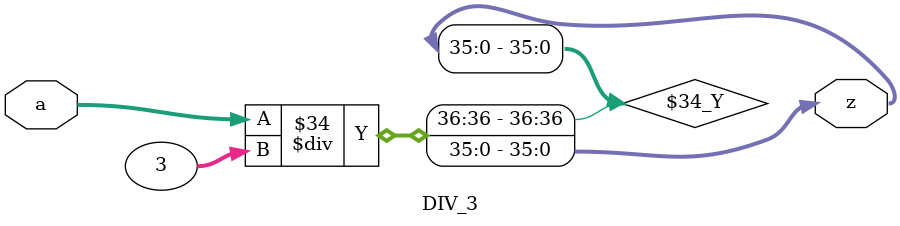
<source format=v>

`ifdef RTL
	`include "GATED_OR.v"
`else
	`include "Netlist/GATED_OR_SYN.v"
`endif
// synopsys translate_on

module SAD(
    //Input signals
    clk,
    rst_n,
    cg_en,
    in_valid,
	in_data1,
    T,
    in_data2,
    w_Q,
    w_K,
    w_V,

    //Output signals
    out_valid,
    out_data
    );

input clk;
input rst_n;
input in_valid;
input cg_en;
input signed [5:0] in_data1;
input [3:0] T;
input signed [7:0] in_data2;
input signed [7:0] w_Q;
input signed [7:0] w_K;
input signed [7:0] w_V;

output reg out_valid;
output reg signed [91:0] out_data;

//==============================================//
//       parameter & integer declaration        //
//==============================================//
parameter d_model = 'd8;

genvar k;

//==============================================//
//           reg & wire declaration             //
//==============================================//

reg [8:0] cnt_clk, next_cnt_clk;  // 0 ~ 307 (9 bits)
reg [6:0] handle_cycles_t8;   // 1*8 or 4*8 or 8*8 = 8 ~ 64
reg [6:0] handle_cycles_tt;   // 1*1 or 4*4 or 8*8 = 1 ~ 64
reg [8:0] QK_start_cycle;
reg [8:0] SV_start_cycle;
reg [8:0] out_start_cycle;
reg [8:0] end_cycle;     // max = 307 ??

// ----------------- input buffer -----------------
wire in_data1_valid, in_data2_valid, Q_valid, K_valid, V_valid;

reg signed [5:0] in_data1_reg [0:15];
reg [3:0] T_reg;
wire signed [7:0] in_data2_reg [0:63];
wire signed [7:0] w_Q_reg [0:63];
wire signed [7:0] w_K_reg [0:63];
wire signed [7:0] w_V_reg [0:63];

// ----------------- det -----------------
reg [3:0] det_cnt;    // 0 ~ 11
wire is_det;
reg  is_det_d1, is_det_d2, is_det_d3;

reg signed [20:0] det_tmp;   // 21-bit
reg signed [24:0] det_result;

// ----------------- matrix multiply -----------------
reg [7:0] mult_cnt_small;   // 0~191
reg [7:0] mult_cnt_small_d1;
wire is_multiplying;
wire Q_mult, K_mult, V_mult;
reg  Q_mult_d1, K_mult_d1, V_mult_d1;

wire signed [7:0] w_Q_transpose [0:63];
wire signed [7:0] w_K_transpose [0:63];
wire signed [7:0] w_V_transpose [0:63];

wire is_QK;
reg is_QK_d1, is_QK_d2, is_QK_d3;
reg [5:0] mult_cnt_QK, mult_cnt_QK_d1, mult_cnt_QK_d2, mult_cnt_QK_d3;

reg signed [37:0] A_tmp;     // 38-bit
wire signed [36:0] A_pos;     // 37-bit

reg [36:0] div_a;   // 37-bit, all positive, unsigned
reg [35:0] div_z;   // 36-bit

wire signed [36:0] S_reg [0:63];

wire is_SV;
reg is_SV_d1;
reg [7:0] mult_cnt_SV, mult_cnt_SV_d1;   // 0~191

reg signed [18:0] V_transpose [0:63];

// ----------------- mult -----------------
reg signed [7:0]  mult_s_a [0:7];
reg signed [7:0]  mult_s_b [0:7];
reg signed [15:0] mult_s_z [0:7];

reg signed [18:0] mult_b_a [0:7];
reg signed [36:0] mult_b_b [0:7];
reg signed [53:0] mult_b_z [0:7];

reg signed [24:0] mult_f_a;
reg signed [53:0] mult_f_b;
reg signed [91:0] mult_f_z;

wire signed [18:0] Q_reg [0:63], K_reg [0:63], V_reg [0:63];     // 19-bit

//==============================================//
//                 GATED_OR                     //
//==============================================//



//==============================================//
//                  design                      //
//==============================================//

wire the_end = (cnt_clk == end_cycle);

// reg [8:0] cnt_clk;  // 0 ~ 307 (9 bits)
always @(posedge clk or negedge rst_n) begin
	if (!rst_n) cnt_clk <= 7'b0;
	else cnt_clk <= next_cnt_clk;
end

// reg [8:0] next_cnt_clk;  // 0 ~ 307 (9 bits)
always @(*) begin
    next_cnt_clk = cnt_clk;
    if      (the_end)                    next_cnt_clk = 9'b0;
    else if (cnt_clk > 9'b0 || in_valid) next_cnt_clk = cnt_clk + 9'd1;
end

// ----------------- input -----------------

// wire in_data1_valid, in_data2_valid, Q_valid, K_valid, V_valid;
assign in_data1_valid = in_valid && cnt_clk < 9'd16;
assign in_data2_valid = in_valid && cnt_clk < ({3'd0, T_reg} << 3);
assign Q_valid = in_valid &&                     cnt_clk < 9'd64;
assign K_valid = in_valid && cnt_clk > 9'd63  && cnt_clk < 9'd128;
assign V_valid = in_valid && cnt_clk > 9'd127 && cnt_clk < 9'd192;

// wire T_clk;
// wire T_sleep = cg_en & ~(cnt_clk == 9'd0);
// GATED_OR GATED_T (.CLOCK(clk), .SLEEP_CTRL(T_sleep), .RST_N(rst_n), .CLOCK_GATED(T_clk));

// reg [3:0] T_reg;
// always @(posedge T_clk or negedge rst_n) begin
always @(posedge clk or negedge rst_n) begin
    if      (!rst_n)                      T_reg <= 4'd0;
    else if (in_valid && cnt_clk == 9'd0) T_reg <= T;
end

// reg [6:0] handle_cycles_t8;   // 1*8 or 4*8 or 8*8 = 8 ~ 64
always @(*) begin
    case (T_reg)
        1:       handle_cycles_t8 = 7'd8;
        4:       handle_cycles_t8 = 7'd32;
        default: handle_cycles_t8 = 7'd64;
    endcase
end
// reg [6:0] handle_cycles_tt;   // 1*1 or 4*4 or 8*8 = 1 ~ 64
always @(*) begin
    case (T_reg)
        1:       handle_cycles_tt = 7'd1;
        4:       handle_cycles_tt = 7'd32;
        default: handle_cycles_tt = 7'd64;
    endcase
end

// reg [8:0] QK_start_cycle;
always @(*) begin
    case (T_reg)
        1:       QK_start_cycle = 9'd190;
        4:       QK_start_cycle = 9'd179;
        default: QK_start_cycle = 9'd179;
    endcase
end

// reg [8:0] SV_start_cycle;
always @(*) begin
    case (T_reg)
        1:       SV_start_cycle = 9'd194;
        4:       SV_start_cycle = 9'd211;
        default: SV_start_cycle = 9'd243;
    endcase
end

// reg [8:0] out_start_cycle;
always @(*) begin
    case (T_reg)
        1:       out_start_cycle = 9'd196;
        4:       out_start_cycle = 9'd213;
        default: out_start_cycle = 9'd245;
    endcase
end

// reg [8:0] end_cycle;     // max = 307 ??
always @(*) begin
    case (T_reg)
        1:       end_cycle = 9'd204;
        4:       end_cycle = 9'd245;
        default: end_cycle = 9'd309;
    endcase
end

wire in_data1_clk;
wire in_data1_sleep = cg_en & ~(cnt_clk <= 27);
GATED_OR GATED_in_data1 (.CLOCK(clk), .SLEEP_CTRL(in_data1_sleep), .RST_N(rst_n), .CLOCK_GATED(in_data1_clk));

// reg signed [5:0] in_data1_reg [0:15];
always @(posedge in_data1_clk or negedge rst_n) begin
// always @(posedge clk or negedge rst_n) begin
    integer i;
    if (!rst_n) for (i = 0; i < 16; i  = i + 1) in_data1_reg[i] <= 6'd0;
    // ----------------- input -----------------
    else if (in_data1_valid) in_data1_reg[cnt_clk] <= in_data1;
    // -------------- determinent --------------
    else if (is_det) begin
        in_data1_reg[0] <= in_data1_reg[1];
        in_data1_reg[1] <= in_data1_reg[2];
        in_data1_reg[2] <= in_data1_reg[3];
        in_data1_reg[3] <= in_data1_reg[0];

        in_data1_reg[4] <= in_data1_reg[5];
        in_data1_reg[5] <= in_data1_reg[6];
        in_data1_reg[6] <= in_data1_reg[7];
        in_data1_reg[7] <= in_data1_reg[4];
        
        in_data1_reg[8] <= in_data1_reg[9];
        in_data1_reg[9] <= in_data1_reg[10];
        in_data1_reg[10] <= in_data1_reg[11];
        in_data1_reg[11] <= in_data1_reg[8];

        in_data1_reg[12] <= in_data1_reg[13];
        in_data1_reg[13] <= in_data1_reg[14];
        in_data1_reg[14] <= in_data1_reg[15];
        in_data1_reg[15] <= in_data1_reg[12];
    end
end

wire in_data2_clk_h1, in_data2_clk_h2;
wire in_data2_sleep = cg_en & ~(cnt_clk < ({3'd0, T_reg} << 3)) & ~(the_end);
GATED_OR GATED_in_data2_h1 (.CLOCK(clk), .SLEEP_CTRL(in_data2_sleep), .RST_N(rst_n), .CLOCK_GATED(in_data2_clk_h1));
GATED_OR GATED_in_data2_h2 (.CLOCK(clk), .SLEEP_CTRL(in_data2_sleep), .RST_N(rst_n), .CLOCK_GATED(in_data2_clk_h2));

reg signed [7:0] in_data2_reg_h1 [0:31], in_data2_reg_h2 [32:63];

// reg signed [7:0] in_data2_reg [0:63];
always @(posedge in_data2_clk_h1 or negedge rst_n) begin
// always @(posedge clk or negedge rst_n) begin
    integer i;
    if      (!rst_n)                            for (i = 0; i < 32; i  = i + 1) in_data2_reg_h1[i] <= 8'd0;
    else if (the_end)                           for (i = 8; i < 32; i  = i + 1) in_data2_reg_h1[i] <= 8'd0;
    else if (in_data2_valid && cnt_clk < 9'd32) in_data2_reg_h1[cnt_clk] <= in_data2;
end

always @(posedge in_data2_clk_h2 or negedge rst_n) begin
// always @(posedge clk or negedge rst_n) begin
    integer i;
    if      (!rst_n)                            for (i = 32; i < 64; i  = i + 1) in_data2_reg_h2[i] <= 8'd0;
    else if (the_end)                           for (i = 32; i < 64; i  = i + 1) in_data2_reg_h2[i] <= 8'd0;
    else if (in_data2_valid && cnt_clk > 9'd31) in_data2_reg_h2[cnt_clk] <= in_data2;
end

generate
    for (k = 0; k < 32; k = k + 1) begin: recover_in_data2_reg
        assign in_data2_reg[k]    = in_data2_reg_h1[k];
        assign in_data2_reg[k+32] = in_data2_reg_h2[k+32];
    end
endgenerate

wire w_Q_clk_h1, w_Q_clk_h2;
wire w_K_clk_h1, w_K_clk_h2;
wire w_V_clk_h1, w_V_clk_h2;
wire w_Q_sleep = cg_en & ~(cnt_clk < 9'd64);
wire w_K_sleep = cg_en & ~(cnt_clk > 9'd63  && cnt_clk < 9'd128);
wire w_V_sleep = cg_en & ~(cnt_clk > 9'd127 && cnt_clk < 9'd192);
GATED_OR GATED_w_Q_h1 (.CLOCK(clk), .SLEEP_CTRL(w_Q_sleep), .RST_N(rst_n), .CLOCK_GATED(w_Q_clk_h1));
GATED_OR GATED_w_K_h1 (.CLOCK(clk), .SLEEP_CTRL(w_K_sleep), .RST_N(rst_n), .CLOCK_GATED(w_K_clk_h1));
GATED_OR GATED_w_V_h1 (.CLOCK(clk), .SLEEP_CTRL(w_V_sleep), .RST_N(rst_n), .CLOCK_GATED(w_V_clk_h1));
GATED_OR GATED_w_Q_h2 (.CLOCK(clk), .SLEEP_CTRL(w_Q_sleep), .RST_N(rst_n), .CLOCK_GATED(w_Q_clk_h2));
GATED_OR GATED_w_K_h2 (.CLOCK(clk), .SLEEP_CTRL(w_K_sleep), .RST_N(rst_n), .CLOCK_GATED(w_K_clk_h2));
GATED_OR GATED_w_V_h2 (.CLOCK(clk), .SLEEP_CTRL(w_V_sleep), .RST_N(rst_n), .CLOCK_GATED(w_V_clk_h2));

reg signed [7:0] w_Q_reg_h1 [0:31], w_Q_reg_h2 [32:63];
reg signed [7:0] w_K_reg_h1 [0:31], w_K_reg_h2 [32:63];
reg signed [7:0] w_V_reg_h1 [0:31], w_V_reg_h2 [32:63];

generate
    for (k = 0; k < 32; k = k + 1) begin: recover_w_QKV_reg
        assign w_Q_reg[k] = w_Q_reg_h1[k];
        assign w_K_reg[k] = w_K_reg_h1[k];
        assign w_V_reg[k] = w_V_reg_h1[k];
        assign w_Q_reg[k+32] = w_Q_reg_h2[k+32];
        assign w_K_reg[k+32] = w_K_reg_h2[k+32];
        assign w_V_reg[k+32] = w_V_reg_h2[k+32];
    end
endgenerate

// reg signed [7:0] w_Q_reg [0:63];
always @(posedge w_Q_clk_h1 or negedge rst_n) begin
    integer i;
    if      (!rst_n)  for (i = 0; i < 32; i = i + 1) w_Q_reg_h1[i] <= 8'd0;
    else if (Q_valid && cnt_clk[5:0] < 6'd32) w_Q_reg_h1[cnt_clk[5:0]] <= w_Q;
end
always @(posedge w_Q_clk_h2 or negedge rst_n) begin
    integer i;
    if      (!rst_n)  for (i = 32; i < 64; i = i + 1) w_Q_reg_h2[i] <= 8'd0;
    else if (Q_valid && cnt_clk[5:0] > 6'd31) w_Q_reg_h2[cnt_clk[5:0]] <= w_Q;
end

// reg signed [7:0] w_K_reg [0:63];
always @(posedge w_K_clk_h1 or negedge rst_n) begin
    integer i;
    if      (!rst_n)  for (i = 0; i < 32; i = i + 1) w_K_reg_h1[i] <= 8'd0;
    else if (K_valid && cnt_clk[5:0] < 6'd32) w_K_reg_h1[cnt_clk[5:0]] <= w_K;
end
always @(posedge w_K_clk_h2 or negedge rst_n) begin
    integer i;
    if      (!rst_n)  for (i = 32; i < 64; i = i + 1) w_K_reg_h2[i] <= 8'd0;
    else if (K_valid && cnt_clk[5:0] > 6'd31) w_K_reg_h2[cnt_clk[5:0]] <= w_K;
end

// reg signed [7:0] w_V_reg [0:63];
always @(posedge w_V_clk_h1 or negedge rst_n) begin
    integer i;
    if      (!rst_n)  for (i = 0; i < 32; i = i + 1) w_V_reg_h1[i] <= 8'd0;
    else if (V_valid && cnt_clk[5:0] < 6'd32) w_V_reg_h1[cnt_clk[5:0]] <= w_V;
end
always @(posedge w_V_clk_h2 or negedge rst_n) begin
    integer i;
    if      (!rst_n)  for (i = 32; i < 64; i = i + 1) w_V_reg_h2[i] <= 8'd0;
    else if (V_valid && cnt_clk[5:0] > 6'd31) w_V_reg_h2[cnt_clk[5:0]] <= w_V;
end

// -------------- determinent --------------

wire det_cnt_clk;
wire det_cnt_sleep = cg_en & ~(is_det) & ~(the_end);
GATED_OR GATED_det_cnt (.CLOCK(clk), .SLEEP_CTRL(det_cnt_sleep), .RST_N(rst_n), .CLOCK_GATED(det_cnt_clk));

// reg [3:0] det_cnt;    // 0 ~ 11
always @(posedge det_cnt_clk or negedge rst_n) begin
// always @(posedge clk or negedge rst_n) begin
    if      (!rst_n) det_cnt <= 4'd0;
    else if (is_det) det_cnt <= det_cnt + 4'd1;
    else if (the_end) det_cnt <= 4'd0;
end

// wire is_det;
assign is_det = (cnt_clk >= 9'd16 && cnt_clk <= 9'd27);

wire is_det_d_clk;
wire is_det_d_sleep = cg_en & ~(cnt_clk >= 9'd16 && cnt_clk <= 9'd30);
GATED_OR GATED_is_det_d (.CLOCK(clk), .SLEEP_CTRL(is_det_d_sleep), .RST_N(rst_n), .CLOCK_GATED(is_det_d_clk));

// reg is_det_d1, is_det_d2, is_det_d3;
always @(posedge is_det_d_clk or negedge rst_n) begin
// always @(posedge clk or negedge rst_n) begin
    if (!rst_n) begin
        is_det_d1 <= 1'b0;
        is_det_d2 <= 1'b0;
        is_det_d3 <= 1'b0;
    end
    else begin
        is_det_d1 <= is_det;
        is_det_d2 <= is_det_d1;
        is_det_d3 <= is_det_d2;
    end
end


// + a0 a5 a10 a15
// - a1 a6 a11 a12
// + a2 a7 a8  a13
// - a3 a4 a9  a14

// + a0 a6 a11 a13
// - a1 a7 a8  a14
// + a2 a4 a9  a15
// - a3 a5 a10 a12

// + a0 a7 a9  a14
// - a1 a4 a10 a15
// + a2 a5 a11 a12
// - a3 a6 a8  a13

//--------------------

// - a0 a7 a10 a13
// + a1 a4 a11 a14 
// - a2 a5 a8  a15
// + a3 a6 a9  a12

// - a0 a5 a11 a14
// + a1 a6 a8  a15 
// - a2 a7 a9  a12
// + a3 a4 a10 a13 

// - a0 a6 a9  a15
// + a1 a7 a10 a12
// - a2 a4 a11 a13 
// + a3 a5 a8  a14

wire mult_s_clk;
wire mult_s_sleep = cg_en & ~is_det & ~Q_mult & ~K_mult & ~V_mult & ~(the_end);
GATED_OR GATED_mult_s (.CLOCK(clk), .SLEEP_CTRL(mult_s_sleep), .RST_N(rst_n), .CLOCK_GATED(mult_s_clk));

// reg signed [7:0] mult_s_a[0:7], mult_s_b[0:7]
always @(posedge mult_s_clk or negedge rst_n) begin
// always @(posedge clk or negedge rst_n) begin
    integer i;
    if (!rst_n) begin
        for (i = 0; i < 8; i = i + 1) begin
            mult_s_a[i] <= 8'd0;
            mult_s_b[i] <= 8'd0;
        end
    end
    else if (is_det) begin
        case (det_cnt[3:2])
            // 2'd0: begin
            //     // +
            //     mult_s_a[0] <= {{2{in_data1_reg[0][5]}},  in_data1_reg[0]};
            //     mult_s_b[0] <= {{2{in_data1_reg[5][5]}},  in_data1_reg[5]};
            //     mult_s_a[1] <= {{2{in_data1_reg[10][5]}}, in_data1_reg[10]};
            //     mult_s_b[1] <= {{2{in_data1_reg[15][5]}}, in_data1_reg[15]};
            //     // -
            //     mult_s_a[2] <= {{2{in_data1_reg[0][5]}},  in_data1_reg[0]};
            //     mult_s_b[2] <= {{2{in_data1_reg[7][5]}},  in_data1_reg[7]};
            //     mult_s_a[3] <= {{2{in_data1_reg[10][5]}}, in_data1_reg[10]};
            //     mult_s_b[3] <= {{2{in_data1_reg[13][5]}}, in_data1_reg[13]};
            // end
            2'd1: begin
                // -
                mult_s_a[0] <= {{2{in_data1_reg[0][5]}},  in_data1_reg[0]};
                mult_s_b[0] <= {{2{in_data1_reg[6][5]}},  in_data1_reg[6]};
                mult_s_a[1] <= {{2{in_data1_reg[11][5]}}, in_data1_reg[11]};
                mult_s_b[1] <= {{2{in_data1_reg[13][5]}}, in_data1_reg[13]};
                // +
                
                mult_s_a[2] <= {{2{in_data1_reg[0][5]}},  in_data1_reg[0]};
                mult_s_b[2] <= {{2{in_data1_reg[5][5]}},  in_data1_reg[5]};
                mult_s_a[3] <= {{2{in_data1_reg[11][5]}}, in_data1_reg[11]};
                mult_s_b[3] <= {{2{in_data1_reg[14][5]}}, in_data1_reg[14]};
            end
            2'd2: begin
                // +
                mult_s_a[0] <= {{2{in_data1_reg[0][5]}},  in_data1_reg[0]};
                mult_s_b[0] <= {{2{in_data1_reg[7][5]}},  in_data1_reg[7]};
                mult_s_a[1] <= {{2{in_data1_reg[9][5]}},  in_data1_reg[9]};
                mult_s_b[1] <= {{2{in_data1_reg[14][5]}}, in_data1_reg[14]};
                // -
                mult_s_a[2] <= {{2{in_data1_reg[0][5]}},  in_data1_reg[0]};
                mult_s_b[2] <= {{2{in_data1_reg[6][5]}},  in_data1_reg[6]};
                mult_s_a[3] <= {{2{in_data1_reg[9][5]}},  in_data1_reg[9]};
                mult_s_b[3] <= {{2{in_data1_reg[15][5]}}, in_data1_reg[15]};
            end
            default: begin
                // -
                mult_s_a[0] <= {{2{in_data1_reg[0][5]}},  in_data1_reg[0]};
                mult_s_b[0] <= {{2{in_data1_reg[5][5]}},  in_data1_reg[5]};
                mult_s_a[1] <= {{2{in_data1_reg[10][5]}}, in_data1_reg[10]};
                mult_s_b[1] <= {{2{in_data1_reg[15][5]}}, in_data1_reg[15]};
                // +
                mult_s_a[2] <= {{2{in_data1_reg[0][5]}},  in_data1_reg[0]};
                mult_s_b[2] <= {{2{in_data1_reg[7][5]}},  in_data1_reg[7]};
                mult_s_a[3] <= {{2{in_data1_reg[10][5]}}, in_data1_reg[10]};
                mult_s_b[3] <= {{2{in_data1_reg[13][5]}}, in_data1_reg[13]};
            end
        endcase
    end
    else if (Q_mult) begin
        mult_s_a[0] <= in_data2_reg[{mult_cnt_small[5:3], 3'd0}];
        mult_s_a[1] <= in_data2_reg[{mult_cnt_small[5:3], 3'd1}];
        mult_s_a[2] <= in_data2_reg[{mult_cnt_small[5:3], 3'd2}];
        mult_s_a[3] <= in_data2_reg[{mult_cnt_small[5:3], 3'd3}];
        mult_s_a[4] <= in_data2_reg[{mult_cnt_small[5:3], 3'd4}];
        mult_s_a[5] <= in_data2_reg[{mult_cnt_small[5:3], 3'd5}];
        mult_s_a[6] <= in_data2_reg[{mult_cnt_small[5:3], 3'd6}];
        mult_s_a[7] <= in_data2_reg[{mult_cnt_small[5:3], 3'd7}];

        mult_s_b[0] <= w_Q_transpose[{mult_cnt_small[2:0], 3'd0}];
        mult_s_b[1] <= w_Q_transpose[{mult_cnt_small[2:0], 3'd1}];
        mult_s_b[2] <= w_Q_transpose[{mult_cnt_small[2:0], 3'd2}];
        mult_s_b[3] <= w_Q_transpose[{mult_cnt_small[2:0], 3'd3}];
        mult_s_b[4] <= w_Q_transpose[{mult_cnt_small[2:0], 3'd4}];
        mult_s_b[5] <= w_Q_transpose[{mult_cnt_small[2:0], 3'd5}];
        mult_s_b[6] <= w_Q_transpose[{mult_cnt_small[2:0], 3'd6}];
        mult_s_b[7] <= w_Q_transpose[{mult_cnt_small[2:0], 3'd7}];
    end
    else if (K_mult) begin
        mult_s_a[0] <= in_data2_reg[{mult_cnt_small[5:3], 3'd0}];
        mult_s_a[1] <= in_data2_reg[{mult_cnt_small[5:3], 3'd1}];
        mult_s_a[2] <= in_data2_reg[{mult_cnt_small[5:3], 3'd2}];
        mult_s_a[3] <= in_data2_reg[{mult_cnt_small[5:3], 3'd3}];
        mult_s_a[4] <= in_data2_reg[{mult_cnt_small[5:3], 3'd4}];
        mult_s_a[5] <= in_data2_reg[{mult_cnt_small[5:3], 3'd5}];
        mult_s_a[6] <= in_data2_reg[{mult_cnt_small[5:3], 3'd6}];
        mult_s_a[7] <= in_data2_reg[{mult_cnt_small[5:3], 3'd7}];

        mult_s_b[0] <= w_K_transpose[{mult_cnt_small[2:0], 3'd0}];
        mult_s_b[1] <= w_K_transpose[{mult_cnt_small[2:0], 3'd1}];
        mult_s_b[2] <= w_K_transpose[{mult_cnt_small[2:0], 3'd2}];
        mult_s_b[3] <= w_K_transpose[{mult_cnt_small[2:0], 3'd3}];
        mult_s_b[4] <= w_K_transpose[{mult_cnt_small[2:0], 3'd4}];
        mult_s_b[5] <= w_K_transpose[{mult_cnt_small[2:0], 3'd5}];
        mult_s_b[6] <= w_K_transpose[{mult_cnt_small[2:0], 3'd6}];
        mult_s_b[7] <= w_K_transpose[{mult_cnt_small[2:0], 3'd7}];
    end
    else if (V_mult) begin
        mult_s_a[0] <= in_data2_reg[{mult_cnt_small[5:3], 3'd0}];
        mult_s_a[1] <= in_data2_reg[{mult_cnt_small[5:3], 3'd1}];
        mult_s_a[2] <= in_data2_reg[{mult_cnt_small[5:3], 3'd2}];
        mult_s_a[3] <= in_data2_reg[{mult_cnt_small[5:3], 3'd3}];
        mult_s_a[4] <= in_data2_reg[{mult_cnt_small[5:3], 3'd4}];
        mult_s_a[5] <= in_data2_reg[{mult_cnt_small[5:3], 3'd5}];
        mult_s_a[6] <= in_data2_reg[{mult_cnt_small[5:3], 3'd6}];
        mult_s_a[7] <= in_data2_reg[{mult_cnt_small[5:3], 3'd7}];

        mult_s_b[0] <= w_V_transpose[{mult_cnt_small[2:0], 3'd0}];
        mult_s_b[1] <= w_V_transpose[{mult_cnt_small[2:0], 3'd1}];
        mult_s_b[2] <= w_V_transpose[{mult_cnt_small[2:0], 3'd2}];
        mult_s_b[3] <= w_V_transpose[{mult_cnt_small[2:0], 3'd3}];
        mult_s_b[4] <= w_V_transpose[{mult_cnt_small[2:0], 3'd4}];
        mult_s_b[5] <= w_V_transpose[{mult_cnt_small[2:0], 3'd5}];
        mult_s_b[6] <= w_V_transpose[{mult_cnt_small[2:0], 3'd6}];
        mult_s_b[7] <= w_V_transpose[{mult_cnt_small[2:0], 3'd7}];
    end
    else if (the_end) begin
        for (i = 0; i < 8; i = i + 1) begin
            mult_s_a[i] <= 8'd0;
            mult_s_b[i] <= 8'd0;
        end
    end
end

// wire mult_b_clk;
// wire mult_b_sleep = cg_en & ~is_det_d1 & ~is_QK & ~is_SV & ~(the_end);
// GATED_OR GATED_mult_b (.CLOCK(clk), .SLEEP_CTRL(mult_b_sleep), .RST_N(rst_n), .CLOCK_GATED(mult_b_clk));

// reg signed [18:0] mult_b_a[0:7]
// reg signed [36:0] mult_b_b[0:7]
// always @(posedge mult_b_clk or negedge rst_n) begin  // fuck
always @(posedge clk or negedge rst_n) begin
    integer i;
    if (!rst_n) begin
        for (i = 0; i < 8; i = i + 1) begin
            mult_b_a[i] <= 19'd0;
            mult_b_b[i] <= 37'd0;
        end
    end
    else if (is_det_d1) begin
        mult_b_a[0] <= {{ 3{mult_s_z[0][15]}}, mult_s_z[0]};
        mult_b_b[0] <= {{21{mult_s_z[1][15]}}, mult_s_z[1]};
        mult_b_a[1] <= {{ 3{mult_s_z[2][15]}}, mult_s_z[2]};
        mult_b_b[1] <= {{21{mult_s_z[3][15]}}, mult_s_z[3]};
    end
    else if (is_QK) begin
        mult_b_a[0] <= Q_reg[{mult_cnt_QK[5:3], 3'd0}];
        mult_b_a[1] <= Q_reg[{mult_cnt_QK[5:3], 3'd1}];
        mult_b_a[2] <= Q_reg[{mult_cnt_QK[5:3], 3'd2}];
        mult_b_a[3] <= Q_reg[{mult_cnt_QK[5:3], 3'd3}];
        mult_b_a[4] <= Q_reg[{mult_cnt_QK[5:3], 3'd4}];
        mult_b_a[5] <= Q_reg[{mult_cnt_QK[5:3], 3'd5}];
        mult_b_a[6] <= Q_reg[{mult_cnt_QK[5:3], 3'd6}];
        mult_b_a[7] <= Q_reg[{mult_cnt_QK[5:3], 3'd7}];

        mult_b_b[0] <= {{18{K_reg[{mult_cnt_QK[2:0], 3'd0}][18]}}, K_reg[{mult_cnt_QK[2:0], 3'd0}]};
        mult_b_b[1] <= {{18{K_reg[{mult_cnt_QK[2:0], 3'd1}][18]}}, K_reg[{mult_cnt_QK[2:0], 3'd1}]};
        mult_b_b[2] <= {{18{K_reg[{mult_cnt_QK[2:0], 3'd2}][18]}}, K_reg[{mult_cnt_QK[2:0], 3'd2}]};
        mult_b_b[3] <= {{18{K_reg[{mult_cnt_QK[2:0], 3'd3}][18]}}, K_reg[{mult_cnt_QK[2:0], 3'd3}]};
        mult_b_b[4] <= {{18{K_reg[{mult_cnt_QK[2:0], 3'd4}][18]}}, K_reg[{mult_cnt_QK[2:0], 3'd4}]};
        mult_b_b[5] <= {{18{K_reg[{mult_cnt_QK[2:0], 3'd5}][18]}}, K_reg[{mult_cnt_QK[2:0], 3'd5}]};
        mult_b_b[6] <= {{18{K_reg[{mult_cnt_QK[2:0], 3'd6}][18]}}, K_reg[{mult_cnt_QK[2:0], 3'd6}]};
        mult_b_b[7] <= {{18{K_reg[{mult_cnt_QK[2:0], 3'd7}][18]}}, K_reg[{mult_cnt_QK[2:0], 3'd7}]};
    end
    else if (is_SV) begin
        mult_b_a[0] <= V_transpose[{mult_cnt_SV[2:0], 3'd0}];  // 19-bit
        mult_b_a[1] <= V_transpose[{mult_cnt_SV[2:0], 3'd1}];
        mult_b_a[2] <= V_transpose[{mult_cnt_SV[2:0], 3'd2}];
        mult_b_a[3] <= V_transpose[{mult_cnt_SV[2:0], 3'd3}];
        mult_b_a[4] <= V_transpose[{mult_cnt_SV[2:0], 3'd4}];
        mult_b_a[5] <= V_transpose[{mult_cnt_SV[2:0], 3'd5}];
        mult_b_a[6] <= V_transpose[{mult_cnt_SV[2:0], 3'd6}];
        mult_b_a[7] <= V_transpose[{mult_cnt_SV[2:0], 3'd7}];

        mult_b_b[0] <= S_reg[{mult_cnt_SV[5:3], 3'd0}];        // 37-bit
        mult_b_b[1] <= S_reg[{mult_cnt_SV[5:3], 3'd1}];
        mult_b_b[2] <= S_reg[{mult_cnt_SV[5:3], 3'd2}];
        mult_b_b[3] <= S_reg[{mult_cnt_SV[5:3], 3'd3}];
        mult_b_b[4] <= S_reg[{mult_cnt_SV[5:3], 3'd4}];
        mult_b_b[5] <= S_reg[{mult_cnt_SV[5:3], 3'd5}];
        mult_b_b[6] <= S_reg[{mult_cnt_SV[5:3], 3'd6}];
        mult_b_b[7] <= S_reg[{mult_cnt_SV[5:3], 3'd7}];
    end
    else if (the_end) begin
        for (i = 0; i < 8; i = i + 1) begin
            mult_b_a[i] <= 19'd0;
            mult_b_b[i] <= 37'd0;
        end
    end
end

wire det_tmp_clk;
wire det_tmp_sleep = cg_en & ~is_det_d2;
GATED_OR GATED_det_tmp (.CLOCK(clk), .SLEEP_CTRL(det_tmp_sleep), .RST_N(rst_n), .CLOCK_GATED(det_tmp_clk));

// reg signed [20:0] det_tmp;   // 21-bit
always @(posedge det_tmp_clk or negedge rst_n) begin
// always @(posedge clk or negedge rst_n) begin
    if      (!rst_n)     det_tmp <= 25'd0;
    else if (is_det_d2) begin
        if (~cnt_clk[0]) det_tmp <= mult_b_z[0] - mult_b_z[1];
        else             det_tmp <= mult_b_z[1] - mult_b_z[0];
    end
end

wire det_result_clk;
wire det_result_sleep = cg_en & ~is_det_d3 & ~(the_end);
GATED_OR GATED_det_result (.CLOCK(clk), .SLEEP_CTRL(det_result_sleep), .RST_N(rst_n), .CLOCK_GATED(det_result_clk));

// reg signed [24:0] det_result;
always @(posedge det_result_clk or negedge rst_n) begin
// always @(posedge clk or negedge rst_n) begin
    if      (!rst_n)    det_result <= 25'd0;
    else if (is_det_d3) det_result <= det_result + det_tmp;
    else if (the_end)   det_result <= 25'd0;
end

// -------------- attention --------------

assign Q_mult = cnt_clk >= 9'd57  && cnt_clk <= 9'd120;
assign K_mult = cnt_clk >= 9'd121 && cnt_clk <= 9'd184;
assign V_mult = cnt_clk >= 9'd185 && cnt_clk < 9'd185 + handle_cycles_t8;

wire Q_mult_d_clk;
wire Q_mult_d_sleep = cg_en & ~(cnt_clk >= 9'd57 && cnt_clk < 9'd186 + handle_cycles_t8);
GATED_OR GATED_Q_mult_d (.CLOCK(clk), .SLEEP_CTRL(Q_mult_d_sleep), .RST_N(rst_n), .CLOCK_GATED(Q_mult_d_clk));

// reg Q_mult_d1, K_mult_d1, V_mult_d1;
always @(posedge Q_mult_d_clk or negedge rst_n) begin
// always @(posedge clk or negedge rst_n) begin
    if (!rst_n) begin
        Q_mult_d1 <= 1'b0;
        K_mult_d1 <= 1'b0;
        V_mult_d1 <= 1'b0;
    end
    else begin
        Q_mult_d1 <= Q_mult;
        K_mult_d1 <= K_mult;
        V_mult_d1 <= V_mult;
    end
end

// wire is_multiplying;
assign is_multiplying = (Q_mult || K_mult || V_mult);

wire mult_cnt_small_clk;
wire mult_cnt_small_sleep = cg_en & ~is_multiplying & ~(the_end);
GATED_OR GATED_mult_cnt_small (.CLOCK(clk), .SLEEP_CTRL(mult_cnt_small_sleep), .RST_N(rst_n), .CLOCK_GATED(mult_cnt_small_clk));

// reg [7:0] mult_cnt_small;   // 0~191
always @(posedge mult_cnt_small_clk or negedge rst_n) begin
// always @(posedge clk or negedge rst_n) begin
    if      (!rst_n)         mult_cnt_small <= 8'd0;
    else if (is_multiplying) mult_cnt_small <= mult_cnt_small + 8'd1;
    else if (the_end)        mult_cnt_small <= 8'd0;
end

// wire mult_cnt_small_d_clk;
// wire mult_cnt_small_d_sleep = cg_en & ~(Q_mult_d1 || K_mult_d1 || V_mult_d1);       // ??????????????????????????????

// GATED_OR GATED_mult_cnt_small_d (.CLOCK(clk), .SLEEP_CTRL(mult_cnt_small_d_sleep), .RST_N(rst_n), .CLOCK_GATED(mult_cnt_small_d_clk));

// reg [7:0] mult_cnt_small_d1;   // 0~191
// always @(posedge mult_cnt_small_d_clk or negedge rst_n) begin
always @(posedge clk or negedge rst_n) begin
    if (!rst_n) mult_cnt_small_d1 <= 8'd0;
    else        mult_cnt_small_d1 <= mult_cnt_small;
end

// wire signed [7:0] w_Q_transpose [0:63];
// wire signed [7:0] w_K_transpose [0:63];
// wire signed [7:0] w_V_transpose [0:63];
generate
    for (k = 0; k < 64; k = k + 1) begin: transpose_weight
        assign w_Q_transpose[k] = w_Q_reg[k/8 + 8*(k%8)];
        assign w_K_transpose[k] = w_K_reg[k/8 + 8*(k%8)];
        assign w_V_transpose[k] = w_V_reg[k/8 + 8*(k%8)];
    end
endgenerate

wire Q_reg_clk_h1, Q_reg_clk_h2;
wire V_reg_clk_h1, V_reg_clk_h2;
wire K_reg_clk_h1, K_reg_clk_h2;
wire Q_reg_sleep = cg_en & ~Q_mult_d1 & ~the_end;
wire K_reg_sleep = cg_en & ~K_mult_d1 & ~the_end;
wire V_reg_sleep = cg_en & ~V_mult_d1 & ~the_end;
GATED_OR GATED_Q_reg_h1 (.CLOCK(clk), .SLEEP_CTRL(Q_reg_sleep), .RST_N(rst_n), .CLOCK_GATED(Q_reg_clk_h1));
GATED_OR GATED_Q_reg_h2 (.CLOCK(clk), .SLEEP_CTRL(Q_reg_sleep), .RST_N(rst_n), .CLOCK_GATED(Q_reg_clk_h2));
GATED_OR GATED_K_reg_h1 (.CLOCK(clk), .SLEEP_CTRL(K_reg_sleep), .RST_N(rst_n), .CLOCK_GATED(K_reg_clk_h1));
GATED_OR GATED_K_reg_h2 (.CLOCK(clk), .SLEEP_CTRL(K_reg_sleep), .RST_N(rst_n), .CLOCK_GATED(K_reg_clk_h2));
GATED_OR GATED_V_reg_h1 (.CLOCK(clk), .SLEEP_CTRL(V_reg_sleep), .RST_N(rst_n), .CLOCK_GATED(V_reg_clk_h1));
GATED_OR GATED_V_reg_h2 (.CLOCK(clk), .SLEEP_CTRL(V_reg_sleep), .RST_N(rst_n), .CLOCK_GATED(V_reg_clk_h2));

reg signed [18:0] Q_reg_h1 [0:31], Q_reg_h2 [31:63];
reg signed [18:0] K_reg_h1 [0:31], K_reg_h2 [31:63];
reg signed [18:0] V_reg_h1 [0:31], V_reg_h2 [31:63];     // 19-bit

generate
    for (k = 0; k < 32; k = k + 1) begin: recover_QKV_reg
        assign Q_reg[k]    = Q_reg_h1[k];
        assign K_reg[k]    = K_reg_h1[k];
        assign V_reg[k]    = V_reg_h1[k];
        assign Q_reg[k+32] = Q_reg_h2[k+32];
        assign K_reg[k+32] = K_reg_h2[k+32];
        assign V_reg[k+32] = V_reg_h2[k+32];
    end
endgenerate

// reg signed [18:0] Q_reg [0:63], K_reg [0:63], V_reg [0:63];     // 19-bit
always @(posedge Q_reg_clk_h1 or negedge rst_n) begin
// always @(posedge clk or negedge rst_n) begin
    integer i;
    if (!rst_n) begin
        for (i = 0; i < 32; i = i + 1) Q_reg_h1[i] <= 19'd0;
    end
    else if (Q_mult_d1 && mult_cnt_small_d1[5:0] < 6'd32) begin
        Q_reg_h1[mult_cnt_small_d1[5:0]] <= mult_s_z[0] + mult_s_z[1] + mult_s_z[2] + mult_s_z[3] + mult_s_z[4] + mult_s_z[5] + mult_s_z[6] + mult_s_z[7];
    end
    else if (the_end) begin
        for (i = 0; i < 32; i = i + 1) Q_reg_h1[i] <= 19'd0;
    end
end
always @(posedge Q_reg_clk_h2 or negedge rst_n) begin
// always @(posedge clk or negedge rst_n) begin
    integer i;
    if (!rst_n) begin
        for (i = 32; i < 64; i = i + 1) Q_reg_h2[i] <= 19'd0;
    end
    else if (Q_mult_d1 && mult_cnt_small_d1[5:0] > 6'd31) begin
        Q_reg_h2[mult_cnt_small_d1[5:0]] <= mult_s_z[0] + mult_s_z[1] + mult_s_z[2] + mult_s_z[3] + mult_s_z[4] + mult_s_z[5] + mult_s_z[6] + mult_s_z[7];
    end
    else if (the_end) begin
        for (i = 32; i < 64; i = i + 1) Q_reg_h2[i] <= 19'd0;
    end
end

always @(posedge K_reg_clk_h1 or negedge rst_n) begin
// always @(posedge clk or negedge rst_n) begin
    integer i;
    if (!rst_n) begin
        for (i = 0; i < 32; i = i + 1) K_reg_h1[i] <= 19'd0;
    end
    else if (K_mult_d1 && mult_cnt_small_d1[5:0] < 6'd32) begin
        K_reg_h1[mult_cnt_small_d1[5:0]] <= mult_s_z[0] + mult_s_z[1] + mult_s_z[2] + mult_s_z[3] + mult_s_z[4] + mult_s_z[5] + mult_s_z[6] + mult_s_z[7];
    end
    else if (the_end) begin
        for (i = 0; i < 32; i = i + 1) K_reg_h1[i] <= 19'd0;
    end
end
always @(posedge K_reg_clk_h2 or negedge rst_n) begin
// always @(posedge clk or negedge rst_n) begin
    integer i;
    if (!rst_n) begin
        for (i = 32; i < 64; i = i + 1) K_reg_h2[i] <= 19'd0;
    end
    else if (K_mult_d1 && mult_cnt_small_d1[5:0] > 6'd31) begin
        K_reg_h2[mult_cnt_small_d1[5:0]] <= mult_s_z[0] + mult_s_z[1] + mult_s_z[2] + mult_s_z[3] + mult_s_z[4] + mult_s_z[5] + mult_s_z[6] + mult_s_z[7];
    end
    else if (the_end) begin
        for (i = 32; i < 64; i = i + 1) K_reg_h2[i] <= 19'd0;
    end
end

always @(posedge V_reg_clk_h1 or negedge rst_n) begin
// always @(posedge clk or negedge rst_n) begin
    integer i;
    if (!rst_n) begin
        for (i = 0; i < 32; i = i + 1) V_reg_h1[i] <= 19'd0;
    end
    else if (V_mult_d1 && mult_cnt_small_d1[5:0] < 6'd32) begin
        V_reg_h1[mult_cnt_small_d1[5:0]] <= mult_s_z[0] + mult_s_z[1] + mult_s_z[2] + mult_s_z[3] + mult_s_z[4] + mult_s_z[5] + mult_s_z[6] + mult_s_z[7];
    end
    else if (the_end) begin
        for (i = 0; i < 32; i = i + 1) V_reg_h1[i] <= 19'd0;
    end
end
always @(posedge V_reg_clk_h2 or negedge rst_n) begin
// always @(posedge clk or negedge rst_n) begin
    integer i;
    if (!rst_n) begin
        for (i = 32; i < 64; i = i + 1) V_reg_h2[i] <= 19'd0;
    end
    else if (V_mult_d1 && mult_cnt_small_d1[5:0] > 6'd31) begin
        V_reg_h2[mult_cnt_small_d1[5:0]] <= mult_s_z[0] + mult_s_z[1] + mult_s_z[2] + mult_s_z[3] + mult_s_z[4] + mult_s_z[5] + mult_s_z[6] + mult_s_z[7];
    end
    else if (the_end) begin
        for (i = 32; i < 64; i = i + 1) V_reg_h2[i] <= 19'd0;
    end
end

// -------------- QK^T --------------

wire mult_cnt_QK_clk;
wire mult_cnt_QK_sleep = cg_en & ~is_QK & ~the_end;
GATED_OR GATED_mult_cnt_QK (.CLOCK(clk), .SLEEP_CTRL(mult_cnt_QK_sleep), .RST_N(rst_n), .CLOCK_GATED(mult_cnt_QK_clk));

// reg [7:0] mult_cnt_QK;   // 0~191
always @(posedge mult_cnt_QK_clk or negedge rst_n) begin
// always @(posedge clk or negedge rst_n) begin
    if      (!rst_n)  mult_cnt_QK <= 8'd0;
    else if (is_QK)   mult_cnt_QK <= mult_cnt_QK + 8'd1;
    else if (the_end) mult_cnt_QK <= 8'd0;
end

wire mult_cnt_QK_d_clk;
wire mult_cnt_QK_d_sleep = cg_en & ~is_QK_d1 & ~is_QK_d2 & ~is_QK_d3 & ~(cnt_clk == 9'd0);
GATED_OR GATED_mult_cnt_QK_d (.CLOCK(clk), .SLEEP_CTRL(mult_cnt_QK_d_sleep), .RST_N(rst_n), .CLOCK_GATED(mult_cnt_QK_d_clk));

// reg [7:0] mult_cnt_QK_d1, mult_cnt_QK_d2, mult_cnt_QK_d3;   // 0~191
always @(posedge mult_cnt_QK_d_clk or negedge rst_n) begin
// always @(posedge clk or negedge rst_n) begin
    if (!rst_n) begin
        mult_cnt_QK_d1 <= 8'd0;
        mult_cnt_QK_d2 <= 8'd0;
        mult_cnt_QK_d3 <= 8'd0;
    end
    else begin
        mult_cnt_QK_d1 <= mult_cnt_QK;
        mult_cnt_QK_d2 <= mult_cnt_QK_d1;
        mult_cnt_QK_d3 <= mult_cnt_QK_d2;
    end
end

// wire is_QK;
assign is_QK = (cnt_clk >= QK_start_cycle) && (cnt_clk < QK_start_cycle + handle_cycles_tt);

// wire is_QK_d_clk;
// wire is_QK_d_sleep = cg_en & ~((cnt_clk > QK_start_cycle) & (cnt_clk < QK_start_cycle + handle_cycles_tt + 3));     // ?????????

// GATED_OR GATED_is_QK_d (.CLOCK(clk), .SLEEP_CTRL(is_QK_d_sleep), .RST_N(rst_n), .CLOCK_GATED(is_QK_d_clk));

// reg is_QK_d1, is_QK_d2, is_QK_d3;
// always @(posedge is_QK_d_clk or negedge rst_n) begin
always @(posedge clk or negedge rst_n) begin
    if (!rst_n) begin
        is_QK_d1 <= 1'd0;
        is_QK_d2 <= 1'd0;
        is_QK_d3 <= 1'd0;
    end
    else begin
        is_QK_d1 <= is_QK;
        is_QK_d2 <= is_QK_d1;
        is_QK_d3 <= is_QK_d2;
    end
end

wire A_tmp_clk;
wire A_tmp_sleep = cg_en & ~is_QK_d1 & ~the_end;
GATED_OR GATED_A_tmp (.CLOCK(clk), .SLEEP_CTRL(A_tmp_sleep), .RST_N(rst_n), .CLOCK_GATED(A_tmp_clk));

// reg signed [37:0] A_tmp;     // 38-bit
always @(posedge A_tmp_clk or negedge rst_n) begin
// always @(posedge clk or negedge rst_n) begin
    integer i;
    if (!rst_n) begin
        for (i = 0; i < 64; i = i + 1) A_tmp[i] <= 38'd0;
    end
    else if (is_QK_d1) begin
        A_tmp <= mult_b_z[0] + mult_b_z[1] + mult_b_z[2] + mult_b_z[3] + mult_b_z[4] + mult_b_z[5] + mult_b_z[6] + mult_b_z[7];
    end
    else if (the_end) begin
        for (i = 0; i < 64; i = i + 1) A_tmp[i] <= 38'd0;
    end
end

// wire signed [36:0] A_pos;     // 37-bit
assign A_pos = ({37{~A_tmp[37]}} & A_tmp[36:0]);

wire div_a_clk;
wire div_a_sleep = cg_en & ~is_QK_d2;
GATED_OR GATED_div_a (.CLOCK(clk), .SLEEP_CTRL(div_a_sleep), .RST_N(rst_n), .CLOCK_GATED(div_a_clk));

// reg [36:0] div_a;   // 37-bit, all positive, unsigned
always @(posedge div_a_clk or negedge rst_n) begin
// always @(posedge clk or negedge rst_n) begin
    if      (!rst_n)   div_a <= 37'd0;
    else if (is_QK_d2) div_a <= A_pos;
end

// reg [35:0] div_z;   // 36-bit
DIV_3 #(37, 36) div_3(.a(div_a), .z(div_z));

wire S_reg_clk_h1, S_reg_clk_h2;
wire S_reg_sleep = cg_en & ~is_QK_d3 & ~the_end;
GATED_OR GATED_S_reg_h1 (.CLOCK(clk), .SLEEP_CTRL(S_reg_sleep), .RST_N(rst_n), .CLOCK_GATED(S_reg_clk_h1));
GATED_OR GATED_S_reg_h2 (.CLOCK(clk), .SLEEP_CTRL(S_reg_sleep), .RST_N(rst_n), .CLOCK_GATED(S_reg_clk_h2));

reg signed [36:0] S_reg_h1 [0:31], S_reg_h2 [32:63];

// reg signed [36:0] S_reg [0:63];
always @(posedge S_reg_clk_h1 or negedge rst_n) begin
// always @(posedge clk or negedge rst_n) begin
    integer i;
    if      (!rst_n)                             for (i = 0; i < 32; i = i + 1) S_reg_h1[i] <= 37'd0;
    else if (is_QK_d3 && mult_cnt_QK_d3 < 8'd32) S_reg_h1[mult_cnt_QK_d3] <= {1'b0, div_z};
    else if (the_end)                            for (i = 0; i < 32; i = i + 1) S_reg_h1[i] <= 37'd0;
end

always @(posedge S_reg_clk_h2 or negedge rst_n) begin
// always @(posedge clk or negedge rst_n) begin
    integer i;
    if      (!rst_n)                             for (i = 32; i < 64; i = i + 1) S_reg_h2[i] <= 37'd0;
    else if (is_QK_d3 && mult_cnt_QK_d3 > 8'd31) S_reg_h2[mult_cnt_QK_d3] <= {1'b0, div_z};
    else if (the_end)                            for (i = 32; i < 64; i = i + 1) S_reg_h2[i] <= 37'd0;
end

// for clk gate loading
generate
    for (k = 0; k < 32; k = k + 1) begin: recover_S_reg
        assign S_reg[k]    = S_reg_h1[k];
        assign S_reg[k+32] = S_reg_h2[k+32];
    end
endgenerate

// -------------- SV --------------

// wire is_SV;
assign is_SV = (cnt_clk >= SV_start_cycle) && (cnt_clk < SV_start_cycle + handle_cycles_t8);

// reg is_SV_d1, is_SV_d2, is_SV_d3, is_SV_d4;
always @(posedge clk or negedge rst_n) begin
    if (!rst_n) begin
        is_SV_d1 <= 1'b0;
    end
    else begin
        is_SV_d1 <= is_SV;
    end
end

wire mult_cnt_SV_clk;
wire mult_cnt_SV_sleep = cg_en & ~is_SV & ~the_end;
GATED_OR GATED_mult_cnt_SV (.CLOCK(clk), .SLEEP_CTRL(mult_cnt_SV_sleep), .RST_N(rst_n), .CLOCK_GATED(mult_cnt_SV_clk));

// reg [7:0] mult_cnt_SV;   // 0~191
always @(posedge mult_cnt_SV_clk or negedge rst_n) begin
// always @(posedge clk or negedge rst_n) begin
    if      (!rst_n)  mult_cnt_SV <= 8'd0;
    else if (is_SV)   mult_cnt_SV <= mult_cnt_SV + 8'd1;
    else if (the_end) mult_cnt_SV <= 8'd0;
end

wire mult_cnt_SV_d_clk;
wire mult_cnt_SV_d_sleep = cg_en & ~is_SV_d1;
GATED_OR GATED_mult_cnt_SV_d (.CLOCK(clk), .SLEEP_CTRL(mult_cnt_SV_d_sleep), .RST_N(rst_n), .CLOCK_GATED(mult_cnt_SV_d_clk));

// reg [7:0] mult_cnt_SV_d1;   // 0~191
always @(posedge mult_cnt_SV_d_clk or negedge rst_n) begin
// always @(posedge clk or negedge rst_n) begin
    if (!rst_n) begin
        mult_cnt_SV_d1 <= 8'd0;
    end
    else begin
        mult_cnt_SV_d1 <= mult_cnt_SV;
    end
end

// reg signed [18:0] V_transpose [0:63];
generate
    for (k = 0; k < 64; k = k + 1) begin: transpose_V
        assign V_transpose[k] = V_reg[k/8 + 8*(k%8)];
    end
endgenerate

// reg signed [24:0] mult_f_a;
// reg signed [53:0] mult_f_b;
// reg signed [91:0] mult_f_z;
always @(posedge mult_cnt_SV_d_clk or negedge rst_n) begin
// always @(posedge clk or negedge rst_n) begin
    if (!rst_n) begin
        mult_f_a <= 25'd0;
        mult_f_b <= 54'd0;
    end
    else if (is_SV_d1) begin
        mult_f_a <= det_result;
        mult_f_b <= mult_b_z[0] + mult_b_z[1] + mult_b_z[2] + mult_b_z[3] + mult_b_z[4] + mult_b_z[5] + mult_b_z[6] + mult_b_z[7];
    end
end

// -------------- mult IP --------------

// reg signed [7:0]  mult_s_a [0:7];
// reg signed [7:0]  mult_s_b [0:7];
// reg signed [15:0] mult_s_z [0:7];

// reg signed [18:0] mult_b_a [0:7];
// reg signed [36:0] mult_b_b [0:7];
// reg signed [53:0] mult_b_z [0:7];
generate
    for (k = 0; k < 8; k = k + 1) begin: mult_gen
        MULT #(8, 8, 16) mult_small (.a(mult_s_a[k]), .b(mult_s_b[k]), .z(mult_s_z[k]));
        MULT #(19, 37, 54) mult_big (.a(mult_b_a[k]), .b(mult_b_b[k]), .z(mult_b_z[k]));
    end
endgenerate

// reg signed [24:0] mult_f_a;
// reg signed [53:0] mult_f_b;
// reg signed [91:0] mult_f_z;
MULT #(25, 54, 92) mult_final (.a(mult_f_a), .b(mult_f_b), .z(mult_f_z));


// -------------- output --------------

// output reg out_valid;
always @(posedge clk or negedge rst_n) begin
    if      (!rst_n)                                            out_valid <= 1'b0;
    else if (cnt_clk >= out_start_cycle && cnt_clk < end_cycle) out_valid <= 1'b1;
    else if (the_end)                                           out_valid <= 1'b0;
end

wire out_data_clk;
wire out_data_sleep = cg_en & ~(cnt_clk >= out_start_cycle && cnt_clk < end_cycle) & ~the_end;

GATED_OR GATED_out_data (.CLOCK(clk), .SLEEP_CTRL(out_data_sleep), .RST_N(rst_n), .CLOCK_GATED(out_data_clk));

// output reg signed [91:0] out_data;
always @(posedge out_data_clk or negedge rst_n) begin
// always @(posedge clk or negedge rst_n) begin
    if      (!rst_n)                                            out_data <= 92'd0;
    else if (cnt_clk >= out_start_cycle && cnt_clk < end_cycle) out_data <= mult_f_z;
    else if (the_end)                                           out_data <= 92'd0;
end

endmodule

module MULT #(
    parameter a_bits = 8,
    parameter b_bits = 8,
    parameter z_bits = 16
) (
    input signed [a_bits-1:0] a,
    input signed [b_bits-1:0] b,
    output signed [z_bits-1:0] z
);
assign z = a * b;
endmodule

module DIV_3 #(
    parameter a_bits = 37,
    parameter z_bits = 36
) (
    input  [a_bits-1:0] a,
    output [z_bits-1:0] z
);
assign z = a / 3;
endmodule
</source>
